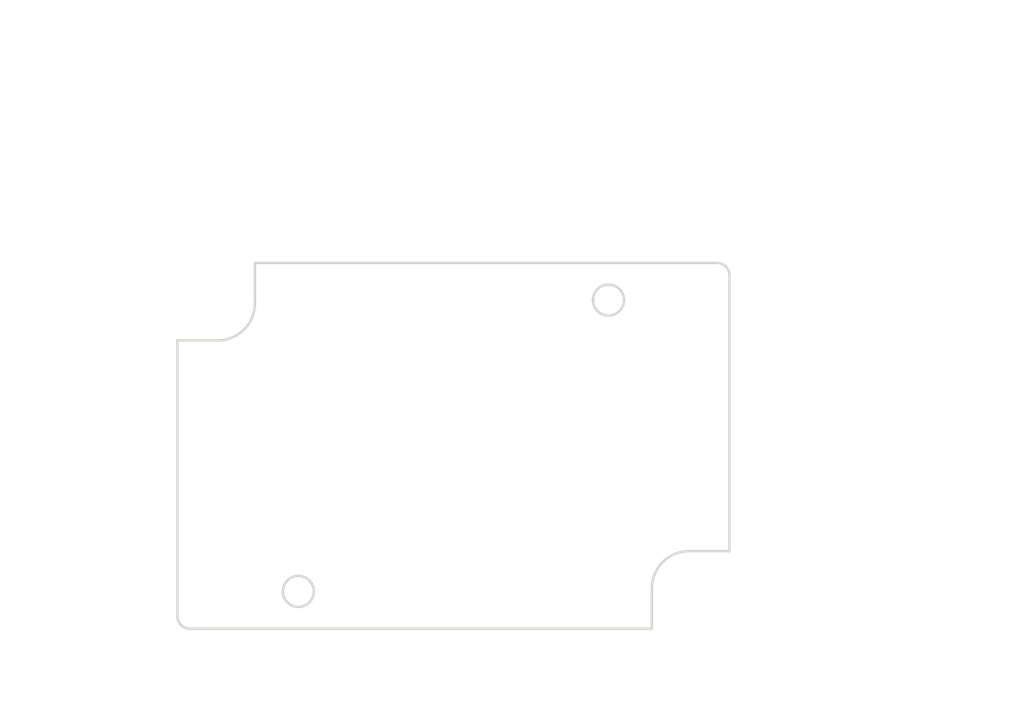
<source format=kicad_pcb>
(kicad_pcb (version 20221018) (generator pcbnew)

  (general
    (thickness 1.6)
  )

  (paper "A4")
  (layers
    (0 "F.Cu" signal)
    (31 "B.Cu" signal)
    (32 "B.Adhes" user "B.Adhesive")
    (33 "F.Adhes" user "F.Adhesive")
    (34 "B.Paste" user)
    (35 "F.Paste" user)
    (36 "B.SilkS" user "B.Silkscreen")
    (37 "F.SilkS" user "F.Silkscreen")
    (38 "B.Mask" user)
    (39 "F.Mask" user)
    (40 "Dwgs.User" user "User.Drawings")
    (41 "Cmts.User" user "User.Comments")
    (42 "Eco1.User" user "User.Eco1")
    (43 "Eco2.User" user "User.Eco2")
    (44 "Edge.Cuts" user)
    (45 "Margin" user)
    (46 "B.CrtYd" user "B.Courtyard")
    (47 "F.CrtYd" user "F.Courtyard")
    (48 "B.Fab" user)
    (49 "F.Fab" user)
  )

  (setup
    (pad_to_mask_clearance 0.051)
    (solder_mask_min_width 0.25)
    (pcbplotparams
      (layerselection 0x00010fc_ffffffff)
      (plot_on_all_layers_selection 0x0000000_00000000)
      (disableapertmacros false)
      (usegerberextensions false)
      (usegerberattributes false)
      (usegerberadvancedattributes false)
      (creategerberjobfile false)
      (dashed_line_dash_ratio 12.000000)
      (dashed_line_gap_ratio 3.000000)
      (svgprecision 4)
      (plotframeref false)
      (viasonmask false)
      (mode 1)
      (useauxorigin false)
      (hpglpennumber 1)
      (hpglpenspeed 20)
      (hpglpendiameter 15.000000)
      (dxfpolygonmode true)
      (dxfimperialunits true)
      (dxfusepcbnewfont true)
      (psnegative false)
      (psa4output false)
      (plotreference true)
      (plotvalue true)
      (plotinvisibletext false)
      (sketchpadsonfab false)
      (subtractmaskfromsilk false)
      (outputformat 1)
      (mirror false)
      (drillshape 1)
      (scaleselection 1)
      (outputdirectory "")
    )
  )

  (net 0 "")

  (gr_line (start 164.628012 73.272104) (end 148.422623 73.272104)
    (stroke (width 0.2) (type solid)) (layer "Dwgs.User") (tstamp 1261532d-6b2b-4fc1-9c11-75e361ba9301))
  (gr_line (start 166.628012 91.206606) (end 181.052794 91.206606)
    (stroke (width 0.2) (type solid)) (layer "Dwgs.User") (tstamp 1d5bf865-ff5c-4cab-b229-e68ad1ce6ab1))
  (gr_line (start 166.628012 91.206606) (end 166.628012 83.911215)
    (stroke (width 0.2) (type solid)) (layer "Dwgs.User") (tstamp 2f3e7e72-3e94-4973-9dcc-77c4c470d308))
  (gr_line (start 166.628012 91.206606) (end 166.628012 70.097104)
    (stroke (width 0.2) (type solid)) (layer "Dwgs.User") (tstamp 425104f2-31ee-467a-9eac-0f79a06dc326))
  (gr_line (start 124.128012 73.272104) (end 140.333401 73.272104)
    (stroke (width 0.2) (type solid)) (layer "Dwgs.User") (tstamp 4adf546b-0d6c-41f5-b094-d2fa9bc77235))
  (gr_line (start 118.798943 122.208438) (end 120.530571 121.207705)
    (stroke (width 0.2) (type solid)) (layer "Dwgs.User") (tstamp 4cf31081-0d44-4269-8e29-70d7f5821958))
  (gr_line (start 186.35694 93.206606) (end 186.35694 105.516231)
    (stroke (width 0.2) (type solid)) (layer "Dwgs.User") (tstamp 52525634-8f5a-4cd4-8235-47d99a729f16))
  (gr_line (start 177.877794 93.206606) (end 177.877794 99.273591)
    (stroke (width 0.2) (type solid)) (layer "Dwgs.User") (tstamp 5d0198ee-1783-4216-9b5b-f7261879e2d8))
  (gr_line (start 131.026396 98.591308) (end 129.412572 97.409964)
    (stroke (width 0.2) (type solid)) (layer "Dwgs.User") (tstamp 6006fa0b-27b3-4f36-9a04-45fec91833ec))
  (gr_line (start 156.878012 93.206606) (end 156.878012 83.911215)
    (stroke (width 0.2) (type solid)) (layer "Dwgs.User") (tstamp 6c932466-6bf0-4ea6-8ece-cba86411b568))
  (gr_line (start 167.628012 114.456606) (end 181.052794 114.456606)
    (stroke (width 0.2) (type solid)) (layer "Dwgs.User") (tstamp 72fc11f2-3b6f-4779-a44a-61014f04497e))
  (gr_line (start 166.628012 91.206606) (end 169.725935 91.206606)
    (stroke (width 0.2) (type solid)) (layer "Dwgs.User") (tstamp 7bcf0c33-bae1-4302-aa5e-1815e565223f))
  (gr_line (start 154.878012 125.381605) (end 148.422623 125.381605)
    (stroke (width 0.2) (type solid)) (layer "Dwgs.User") (tstamp 88a0a192-033a-4bc9-bc88-9b4940e13bc6))
  (gr_line (start 155.878012 94.206606) (end 111.753697 94.206606)
    (stroke (width 0.2) (type solid)) (layer "Dwgs.User") (tstamp 8ef1369e-c353-4b03-ae3a-0c763eb4604c))
  (gr_line (start 177.877794 112.456606) (end 177.877794 106.389621)
    (stroke (width 0.2) (type solid)) (layer "Dwgs.User") (tstamp 9a49e773-252f-46c7-9026-bdd7e159651c))
  (gr_line (start 122.128012 96.456606) (end 122.128012 70.097104)
    (stroke (width 0.2) (type solid)) (layer "Dwgs.User") (tstamp 9a4f6666-623a-41bc-9418-58ea78744f72))
  (gr_line (start 161.378012 120.706606) (end 189.53194 120.706606)
    (stroke (width 0.2) (type solid)) (layer "Dwgs.User") (tstamp 9b6709d3-5bc6-42d0-902e-888b34aad76e))
  (gr_line (start 166.550935 83.234274) (end 168.550935 83.234274)
    (stroke (width 0.2) (type solid)) (layer "Dwgs.User") (tstamp a069e60c-73ec-4bc3-9df9-43734259e04e))
  (gr_line (start 164.628012 87.086215) (end 158.878012 87.086215)
    (stroke (width 0.2) (type solid)) (layer "Dwgs.User") (tstamp a80e70af-dbf1-457e-9902-e5681d17c47b))
  (gr_line (start 114.928697 96.206606) (end 114.928697 102.398591)
    (stroke (width 0.2) (type solid)) (layer "Dwgs.User") (tstamp ac1e4925-9b24-4132-ae08-7c84e75121b4))
  (gr_line (start 116.798943 122.208438) (end 118.798943 122.208438)
    (stroke (width 0.2) (type solid)) (layer "Dwgs.User") (tstamp b0da5fac-1fb7-4e1f-9612-2b00a839e9a9))
  (gr_line (start 131.878012 118.706606) (end 131.878012 128.556605)
    (stroke (width 0.2) (type solid)) (layer "Dwgs.User") (tstamp b6396bfb-068b-4d44-a2fa-0041dd2c9a38))
  (gr_line (start 128.378012 90.206606) (end 128.378012 76.301251)
    (stroke (width 0.2) (type solid)) (layer "Dwgs.User") (tstamp c493b786-67ff-4624-b7d5-d29a3bfa4239))
  (gr_line (start 130.378012 79.476251) (end 143.449124 79.476251)
    (stroke (width 0.2) (type solid)) (layer "Dwgs.User") (tstamp c51e1bd0-87b1-48ae-9c36-9307303de3a1))
  (gr_line (start 156.878012 95.206606) (end 156.878012 128.556605)
    (stroke (width 0.2) (type solid)) (layer "Dwgs.User") (tstamp c74633cf-0e46-4956-a1d9-231459939011))
  (gr_line (start 130.878012 117.706606) (end 111.753697 117.706606)
    (stroke (width 0.2) (type solid)) (layer "Dwgs.User") (tstamp cd599a03-fb51-44d1-aa5a-0e0dc8aaab94))
  (gr_line (start 166.550935 89.206606) (end 166.550935 83.234274)
    (stroke (width 0.2) (type solid)) (layer "Dwgs.User") (tstamp cf5314ab-bb43-47a2-a8e1-3ea64596f9a2))
  (gr_line (start 166.628012 91.206606) (end 189.53194 91.206606)
    (stroke (width 0.2) (type solid)) (layer "Dwgs.User") (tstamp d779529b-fc7c-4a41-9c98-b6df4a2d7646))
  (gr_line (start 164.628012 79.476251) (end 151.5569 79.476251)
    (stroke (width 0.2) (type solid)) (layer "Dwgs.User") (tstamp da7be188-3f30-450c-b391-27307a7d5d32))
  (gr_line (start 133.878012 125.381605) (end 140.333401 125.381605)
    (stroke (width 0.2) (type solid)) (layer "Dwgs.User") (tstamp dc0066ea-217d-4efa-b9a7-3d074a223c40))
  (gr_line (start 157.878012 94.206606) (end 169.725935 94.206606)
    (stroke (width 0.2) (type solid)) (layer "Dwgs.User") (tstamp e2ca416c-c417-40ad-8a2c-e91feee8cd9a))
  (gr_line (start 166.628012 91.206606) (end 166.628012 76.301251)
    (stroke (width 0.2) (type solid)) (layer "Dwgs.User") (tstamp e804f734-c656-4568-9796-3139e1ddb555))
  (gr_line (start 133.026396 98.591308) (end 131.026396 98.591308)
    (stroke (width 0.2) (type solid)) (layer "Dwgs.User") (tstamp ea5e0408-4567-4da8-bbed-5d59c1c8bbd1))
  (gr_line (start 186.35694 118.706606) (end 186.35694 112.631102)
    (stroke (width 0.2) (type solid)) (layer "Dwgs.User") (tstamp ee0a30ea-8f12-4d43-aceb-65bd51764bc3))
  (gr_line (start 114.928697 115.706606) (end 114.928697 109.514621)
    (stroke (width 0.2) (type solid)) (layer "Dwgs.User") (tstamp f22e5b99-2eab-4a6d-ab92-51bccd59bc21))
  (gr_line (start 156.878012 87.086215) (end 154.311941 87.086215)
    (stroke (width 0.2) (type solid)) (layer "Dwgs.User") (tstamp f282328d-4067-48a2-81af-a5e9a0fb5a33))
  (gr_line (start 122.128012 119.706606) (end 122.128012 97.456606)
    (stroke (width 0.2) (type solid)) (layer "Edge.Cuts") (tstamp 0ab86f1f-c703-4e07-88a8-7ce9e26dceee))
  (gr_arc (start 128.378012 94.456606) (mid 127.499332 96.577926) (end 125.378012 97.456606)
    (stroke (width 0.2) (type solid)) (layer "Edge.Cuts") (tstamp 17dd0d91-8b5d-4d03-9916-3f58b1c68088))
  (gr_line (start 122.128012 97.456606) (end 125.378012 97.456606)
    (stroke (width 0.2) (type solid)) (layer "Edge.Cuts") (tstamp 1e13780f-b603-47e6-97d2-5962fb96ffc7))
  (gr_line (start 166.628012 114.456606) (end 163.378012 114.456606)
    (stroke (width 0.2) (type solid)) (layer "Edge.Cuts") (tstamp 2478316b-2186-454a-89df-cbb38c97797f))
  (gr_arc (start 165.628012 91.206606) (mid 166.335119 91.499499) (end 166.628012 92.206606)
    (stroke (width 0.2) (type solid)) (layer "Edge.Cuts") (tstamp 291184f0-44c5-4e99-8057-88147f4f0292))
  (gr_line (start 160.378012 117.456606) (end 160.378012 120.706606)
    (stroke (width 0.2) (type solid)) (layer "Edge.Cuts") (tstamp 30908ddb-c43d-4b1c-b116-4b304e7dd675))
  (gr_circle (center 131.878012 117.706606) (end 133.128012 117.706606)
    (stroke (width 0.2) (type solid)) (fill none) (layer "Edge.Cuts") (tstamp 7bc07e84-cf8b-4925-ba06-67036dd08a07))
  (gr_arc (start 123.128012 120.706606) (mid 122.420905 120.413713) (end 122.128012 119.706606)
    (stroke (width 0.2) (type solid)) (layer "Edge.Cuts") (tstamp 992fbd28-769c-4563-8bd0-5cd0090afbc4))
  (gr_line (start 160.378012 120.706606) (end 123.128012 120.706606)
    (stroke (width 0.2) (type solid)) (layer "Edge.Cuts") (tstamp c0b41a47-afa9-4a12-bdd1-b28d1695f308))
  (gr_line (start 128.378012 94.456606) (end 128.378012 91.206606)
    (stroke (width 0.2) (type solid)) (layer "Edge.Cuts") (tstamp d0ebabf3-541d-4c6b-8077-64cc211d59b6))
  (gr_line (start 128.378012 91.206606) (end 165.628012 91.206606)
    (stroke (width 0.2) (type solid)) (layer "Edge.Cuts") (tstamp d7d36b87-dedc-485a-9245-769c579e3276))
  (gr_arc (start 160.378012 117.456606) (mid 161.256692 115.335286) (end 163.378012 114.456606)
    (stroke (width 0.2) (type solid)) (layer "Edge.Cuts") (tstamp db17d083-1cbf-40af-86f5-a81d18aedfcf))
  (gr_circle (center 156.878012 94.206606) (end 158.128012 94.206606)
    (stroke (width 0.2) (type solid)) (fill none) (layer "Edge.Cuts") (tstamp e4897445-24ce-42fb-bdc3-e964bdedeef1))
  (gr_line (start 166.628012 92.206606) (end 166.628012 114.456606)
    (stroke (width 0.2) (type solid)) (layer "Edge.Cuts") (tstamp f196838a-fe54-482a-ba70-78b603833c09))
  (gr_text " 38.25" (at 147.503012 77.807697) (layer "Dwgs.User") (tstamp 00fb5e50-a92a-4271-bdaa-a088b932e620)
    (effects (font (size 1.7 1.53) (thickness 0.2125)))
  )
  (gr_text "[.93]" (at 114.928697 107.846067) (layer "Dwgs.User") (tstamp 15813ab1-d29e-4cbc-a63f-a45199370950)
    (effects (font (size 1.7 1.53) (thickness 0.2125)))
  )
  (gr_text "[.38]" (at 150.918455 88.975676) (layer "Dwgs.User") (tstamp 2b7ab265-0c6e-4203-8267-c21ca25f2ab7)
    (effects (font (size 1.7 1.53) (thickness 0.2125)))
  )
  (gr_text " 3.00" (at 171.935144 81.56572) (layer "Dwgs.User") (tstamp 3391c9ac-2245-4b17-882e-3c413d69e50c)
    (effects (font (size 1.7 1.53) (thickness 0.2125)))
  )
  (gr_text "[1.16]" (at 186.35694 110.963128) (layer "Dwgs.User") (tstamp 411392f6-137d-44f6-87b2-fdda0240eaea)
    (effects (font (size 1.7 1.53) (thickness 0.2125)))
  )
  (gr_text "[1.75]" (at 144.378012 75.161566) (layer "Dwgs.User") (tstamp 418210ab-3604-4e3c-9da4-18ca5f2913c0)
    (effects (font (size 1.7 1.53) (thickness 0.2125)))
  )
  (gr_text " 25.00" (at 144.378012 123.713631) (layer "Dwgs.User") (tstamp 43e4867f-497d-46bf-ac5a-eb116fa4d7b7)
    (effects (font (size 1.7 1.53) (thickness 0.2125)))
  )
  (gr_text " 29.50" (at 186.35694 107.405692) (layer "Dwgs.User") (tstamp 4ae97fe7-5d59-4d1b-8310-d970fbb258a0)
    (effects (font (size 1.7 1.53) (thickness 0.2125)))
  )
  (gr_text " 23.25" (at 177.877794 101.163052) (layer "Dwgs.User") (tstamp 66ad4d9d-4618-4a55-a111-e21a2046f4be)
    (effects (font (size 1.7 1.53) (thickness 0.2125)))
  )
  (gr_text " R1.00" (at 112.328172 120.540464) (layer "Dwgs.User") (tstamp 72b1d6dc-a571-4e9d-a012-70abf3f66470)
    (effects (font (size 1.7 1.53) (thickness 0.2125)))
  )
  (gr_text "[R0.04]" (at 112.328172 124.097899) (layer "Dwgs.User") (tstamp 7e0649b9-b480-4479-955c-815d983cd441)
    (effects (font (size 1.7 1.53) (thickness 0.2125)))
  )
  (gr_text " 23.50" (at 114.928697 104.288052) (layer "Dwgs.User") (tstamp 8774140a-16a5-435a-9424-c8e1781b356b)
    (effects (font (size 1.7 1.53) (thickness 0.2125)))
  )
  (gr_text " R3.00" (at 137.497167 96.922754) (layer "Dwgs.User") (tstamp 8d3fab11-c2a4-4984-bb4b-3f375b1dafa6)
    (effects (font (size 1.7 1.53) (thickness 0.2125)))
  )
  (gr_text "[.98]" (at 144.378012 127.271066) (layer "Dwgs.User") (tstamp 97d1fbdd-bd27-4cfc-b164-8b405e0ea441)
    (effects (font (size 1.7 1.53) (thickness 0.2125)))
  )
  (gr_text "[1.51]" (at 147.503012 81.365712) (layer "Dwgs.User") (tstamp 9ea1af56-c067-4567-86d9-2bf67d1668e5)
    (effects (font (size 1.7 1.53) (thickness 0.2125)))
  )
  (gr_text "[.92]" (at 177.877794 104.721067) (layer "Dwgs.User") (tstamp b863a653-5430-4e8a-a11b-9d380dfe5bfa)
    (effects (font (size 1.7 1.53) (thickness 0.2125)))
  )
  (gr_text " 44.50" (at 144.378012 71.60413) (layer "Dwgs.User") (tstamp c1e30113-b718-4215-b5fa-fcd6bd142c35)
    (effects (font (size 1.7 1.53) (thickness 0.2125)))
  )
  (gr_text " 9.75" (at 150.918455 85.418241) (layer "Dwgs.User") (tstamp cbb5e2cc-4a7d-4fd9-b5e7-39e1ffc62516)
    (effects (font (size 1.7 1.53) (thickness 0.2125)))
  )
  (gr_text "[R0.12]" (at 137.497167 100.480769) (layer "Dwgs.User") (tstamp fae02548-57d0-4d1e-9d69-396d199b0564)
    (effects (font (size 1.7 1.53) (thickness 0.2125)))
  )
  (gr_text "[.12]" (at 171.935144 85.123735) (layer "Dwgs.User") (tstamp fef9f578-ffd0-4d0b-8731-fedb1b143ebc)
    (effects (font (size 1.7 1.53) (thickness 0.2125)))
  )

)

</source>
